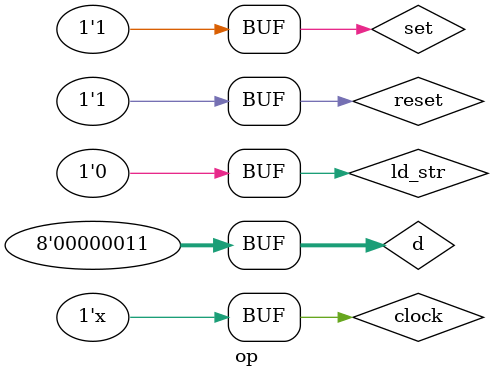
<source format=v>
`timescale 1ns / 1ps


module op;

	// Inputs
	reg clock;
	reg [7:0] d;
	reg set;
	reg reset;
	reg ld_str;

	// Outputs
	wire [7:0] q;

	// Instantiate the Unit Under Test (UUT)
	n_bit_load_store_register uut (
		.clock(clock), 
		.d(d), 
		.set(set), 
		.reset(reset), 
		.ld_str(ld_str), 
		.q(q)
	);

	initial begin
		// Initialize Inputs
		clock = 0;
		d = 3;
		set = 1;
		reset = 1;
		ld_str = 0;

		// Wait 100 ns for global reset to finish
		#100;
        
		// Add stimulus here

	end
	
	always
	begin
	#20 clock = ~clock;
	end
      
endmodule


</source>
